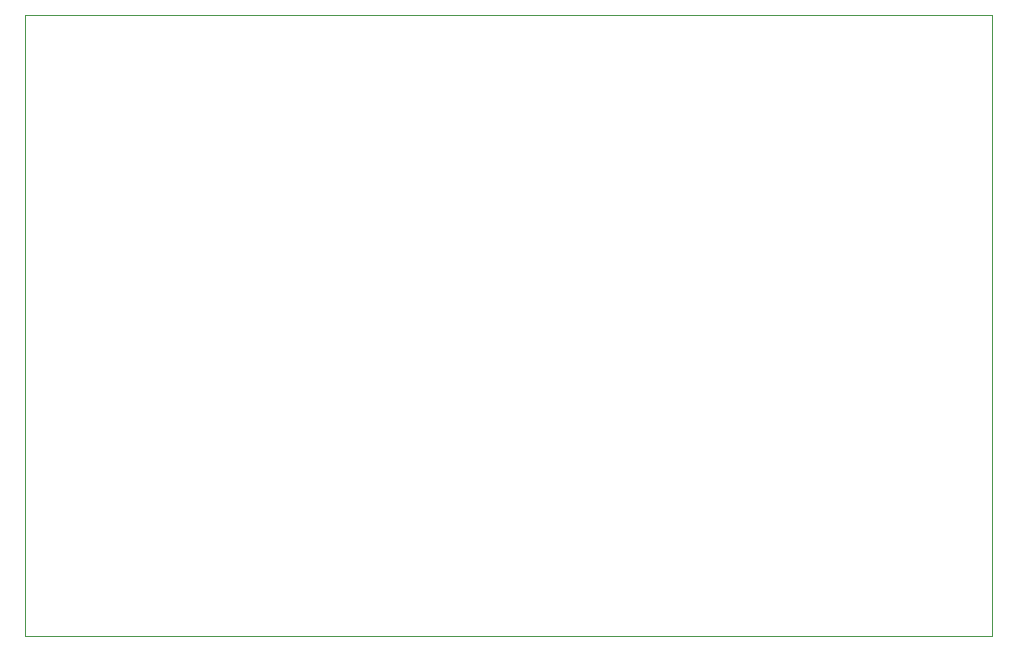
<source format=gbr>
G04 #@! TF.GenerationSoftware,KiCad,Pcbnew,5.1.3-ffb9f22~84~ubuntu18.04.1*
G04 #@! TF.CreationDate,2019-08-09T22:55:10+03:00*
G04 #@! TF.ProjectId,esp32-ac-board,65737033-322d-4616-932d-626f6172642e,rev?*
G04 #@! TF.SameCoordinates,Original*
G04 #@! TF.FileFunction,Profile,NP*
%FSLAX46Y46*%
G04 Gerber Fmt 4.6, Leading zero omitted, Abs format (unit mm)*
G04 Created by KiCad (PCBNEW 5.1.3-ffb9f22~84~ubuntu18.04.1) date 2019-08-09 22:55:10*
%MOMM*%
%LPD*%
G04 APERTURE LIST*
%ADD10C,0.050000*%
G04 APERTURE END LIST*
D10*
X121793000Y-67183000D02*
X203708000Y-67183000D01*
X121793000Y-119761000D02*
X121793000Y-67183000D01*
X203708000Y-119761000D02*
X121793000Y-119761000D01*
X203708000Y-67183000D02*
X203708000Y-119761000D01*
M02*

</source>
